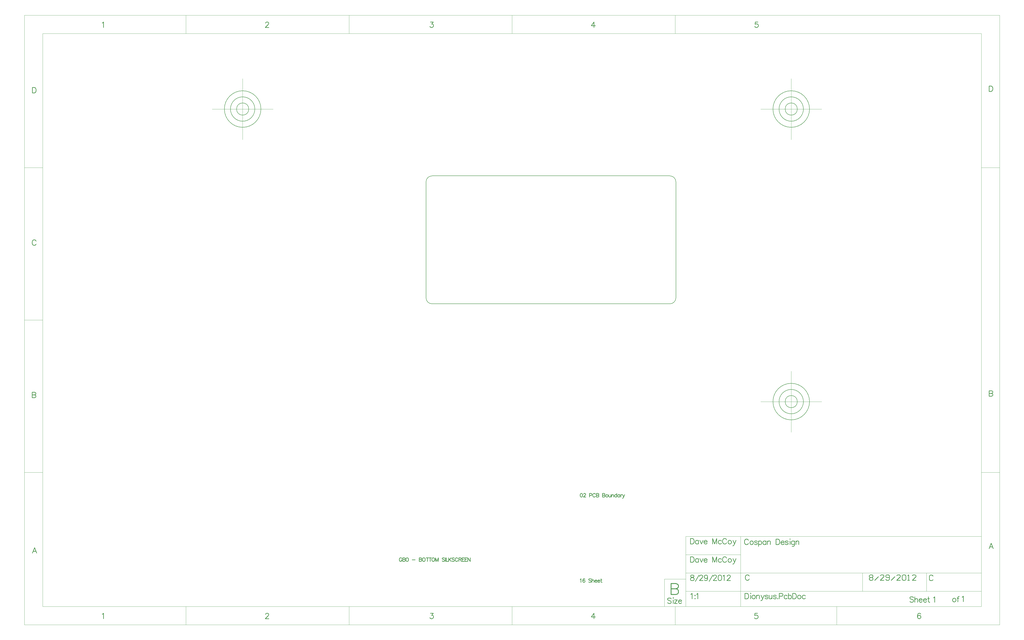
<source format=gbo>
%FSLAX25Y25*%
%MOIN*%
G70*
G01*
G75*
G04 Layer_Color=32896*
%ADD10O,0.06102X0.02165*%
%ADD11R,0.04921X0.01378*%
%ADD12O,0.07087X0.01181*%
%ADD13O,0.01181X0.07087*%
%ADD14R,0.02362X0.03937*%
%ADD15R,0.01772X0.03937*%
%ADD16R,0.07480X0.02835*%
%ADD17R,0.04921X0.07284*%
%ADD18R,0.09843X0.03543*%
%ADD19R,0.00984X0.03150*%
%ADD20R,0.07087X0.11811*%
%ADD21R,0.05118X0.09055*%
%ADD22R,0.07087X0.07480*%
%ADD23R,0.05512X0.06299*%
%ADD24R,0.05315X0.01575*%
%ADD25R,0.07874X0.04724*%
%ADD26R,0.04331X0.12598*%
%ADD27R,0.02953X0.02559*%
%ADD28R,0.02756X0.01969*%
%ADD29R,0.01969X0.02756*%
%ADD30R,0.05906X0.05118*%
%ADD31R,0.02362X0.01969*%
%ADD32R,0.02559X0.02953*%
%ADD33R,0.01969X0.02362*%
%ADD34C,0.00600*%
%ADD35C,0.01000*%
%ADD36C,0.01500*%
%ADD37C,0.02000*%
%ADD38C,0.03000*%
%ADD39C,0.00400*%
%ADD40C,0.00200*%
%ADD41C,0.01400*%
%ADD42C,0.05906*%
%ADD43C,0.03937*%
%ADD44C,0.06000*%
%ADD45C,0.02400*%
%ADD46C,0.04000*%
%ADD47C,0.06416*%
G04:AMPARAMS|DCode=48|XSize=80.157mil|YSize=80.157mil|CornerRadius=0mil|HoleSize=0mil|Usage=FLASHONLY|Rotation=0.000|XOffset=0mil|YOffset=0mil|HoleType=Round|Shape=Relief|Width=8mil|Gap=10mil|Entries=4|*
%AMTHD48*
7,0,0,0.08016,0.06016,0.00800,45*
%
%ADD48THD48*%
%ADD49C,0.08699*%
%ADD50C,0.09487*%
%ADD51C,0.14900*%
%ADD52C,0.06400*%
G04:AMPARAMS|DCode=53|XSize=80mil|YSize=80mil|CornerRadius=0mil|HoleSize=0mil|Usage=FLASHONLY|Rotation=0.000|XOffset=0mil|YOffset=0mil|HoleType=Round|Shape=Relief|Width=8mil|Gap=10mil|Entries=4|*
%AMTHD53*
7,0,0,0.08000,0.06000,0.00800,45*
%
%ADD53THD53*%
G04:AMPARAMS|DCode=54|XSize=50mil|YSize=50mil|CornerRadius=0mil|HoleSize=0mil|Usage=FLASHONLY|Rotation=0.000|XOffset=0mil|YOffset=0mil|HoleType=Round|Shape=Relief|Width=8mil|Gap=10mil|Entries=4|*
%AMTHD54*
7,0,0,0.05000,0.03000,0.00800,45*
%
%ADD54THD54*%
%ADD55C,0.03400*%
%ADD56C,0.00984*%
%ADD57C,0.02362*%
%ADD58C,0.00787*%
%ADD59C,0.00394*%
%ADD60O,0.06702X0.02765*%
%ADD61R,0.05521X0.01978*%
%ADD62O,0.07687X0.01781*%
%ADD63O,0.01781X0.07687*%
%ADD64R,0.02962X0.04537*%
%ADD65R,0.02372X0.04537*%
%ADD66R,0.08080X0.03435*%
%ADD67R,0.05521X0.07883*%
%ADD68R,0.10394X0.04095*%
%ADD69R,0.01535X0.03701*%
%ADD70R,0.07687X0.12411*%
%ADD71R,0.05718X0.09655*%
%ADD72R,0.07687X0.08080*%
%ADD73R,0.06112X0.06899*%
%ADD74R,0.05915X0.02175*%
%ADD75R,0.08474X0.05324*%
%ADD76R,0.04931X0.13198*%
%ADD77R,0.03553X0.03159*%
%ADD78R,0.03356X0.02569*%
%ADD79R,0.02569X0.03356*%
%ADD80R,0.06506X0.05718*%
%ADD81R,0.02962X0.02569*%
%ADD82R,0.03159X0.03553*%
%ADD83R,0.02569X0.02962*%
%ADD84C,0.06506*%
%ADD85C,0.04537*%
%ADD86C,0.00300*%
%ADD87C,0.06600*%
%ADD88C,0.03000*%
D34*
X610000Y-160000D02*
G03*
X610000Y-160000I-10000J0D01*
G01*
X620000D02*
G03*
X620000Y-160000I-20000J0D01*
G01*
X630000D02*
G03*
X630000Y-160000I-30000J0D01*
G01*
X610000Y320000D02*
G03*
X610000Y320000I-10000J0D01*
G01*
X620000D02*
G03*
X620000Y320000I-20000J0D01*
G01*
X630000D02*
G03*
X630000Y320000I-30000J0D01*
G01*
X-290000D02*
G03*
X-290000Y320000I-10000J0D01*
G01*
X-280000D02*
G03*
X-280000Y320000I-20000J0D01*
G01*
X-270000D02*
G03*
X-270000Y320000I-30000J0D01*
G01*
X800Y10400D02*
G03*
X10800Y400I10000J0D01*
G01*
Y210400D02*
G03*
X800Y200400I0J-10000D01*
G01*
X410800D02*
G03*
X400800Y210400I-10000J0D01*
G01*
Y400D02*
G03*
X410800Y10400I0J10000D01*
G01*
X800D02*
Y200400D01*
X10800Y400D02*
X400800D01*
X410800Y10400D02*
Y200400D01*
X10800Y210400D02*
X400800D01*
D35*
X-38940Y-417457D02*
X-39226Y-416886D01*
X-39797Y-416315D01*
X-40369Y-416029D01*
X-41511D01*
X-42083Y-416315D01*
X-42654Y-416886D01*
X-42940Y-417457D01*
X-43225Y-418314D01*
Y-419742D01*
X-42940Y-420599D01*
X-42654Y-421171D01*
X-42083Y-421742D01*
X-41511Y-422028D01*
X-40369D01*
X-39797Y-421742D01*
X-39226Y-421171D01*
X-38940Y-420599D01*
Y-419742D01*
X-40369D02*
X-38940D01*
X-37569Y-416029D02*
Y-422028D01*
Y-416029D02*
X-34998D01*
X-34141Y-416315D01*
X-33856Y-416600D01*
X-33570Y-417172D01*
Y-417743D01*
X-33856Y-418314D01*
X-34141Y-418600D01*
X-34998Y-418886D01*
X-37569D02*
X-34998D01*
X-34141Y-419171D01*
X-33856Y-419457D01*
X-33570Y-420028D01*
Y-420885D01*
X-33856Y-421456D01*
X-34141Y-421742D01*
X-34998Y-422028D01*
X-37569D01*
X-30514Y-416029D02*
X-31371Y-416315D01*
X-31942Y-417172D01*
X-32228Y-418600D01*
Y-419457D01*
X-31942Y-420885D01*
X-31371Y-421742D01*
X-30514Y-422028D01*
X-29942D01*
X-29085Y-421742D01*
X-28514Y-420885D01*
X-28228Y-419457D01*
Y-418600D01*
X-28514Y-417172D01*
X-29085Y-416315D01*
X-29942Y-416029D01*
X-30514D01*
X-22173Y-419457D02*
X-17031D01*
X-10547Y-416029D02*
Y-422028D01*
Y-416029D02*
X-7976D01*
X-7119Y-416315D01*
X-6833Y-416600D01*
X-6547Y-417172D01*
Y-417743D01*
X-6833Y-418314D01*
X-7119Y-418600D01*
X-7976Y-418886D01*
X-10547D02*
X-7976D01*
X-7119Y-419171D01*
X-6833Y-419457D01*
X-6547Y-420028D01*
Y-420885D01*
X-6833Y-421456D01*
X-7119Y-421742D01*
X-7976Y-422028D01*
X-10547D01*
X-3491Y-416029D02*
X-4062Y-416315D01*
X-4634Y-416886D01*
X-4919Y-417457D01*
X-5205Y-418314D01*
Y-419742D01*
X-4919Y-420599D01*
X-4634Y-421171D01*
X-4062Y-421742D01*
X-3491Y-422028D01*
X-2348D01*
X-1777Y-421742D01*
X-1206Y-421171D01*
X-920Y-420599D01*
X-634Y-419742D01*
Y-418314D01*
X-920Y-417457D01*
X-1206Y-416886D01*
X-1777Y-416315D01*
X-2348Y-416029D01*
X-3491D01*
X2765D02*
Y-422028D01*
X765Y-416029D02*
X4764D01*
X7478D02*
Y-422028D01*
X5479Y-416029D02*
X9478D01*
X11906D02*
X11334Y-416315D01*
X10763Y-416886D01*
X10478Y-417457D01*
X10192Y-418314D01*
Y-419742D01*
X10478Y-420599D01*
X10763Y-421171D01*
X11334Y-421742D01*
X11906Y-422028D01*
X13048D01*
X13620Y-421742D01*
X14191Y-421171D01*
X14477Y-420599D01*
X14762Y-419742D01*
Y-418314D01*
X14477Y-417457D01*
X14191Y-416886D01*
X13620Y-416315D01*
X13048Y-416029D01*
X11906D01*
X16162D02*
Y-422028D01*
Y-416029D02*
X18447Y-422028D01*
X20732Y-416029D02*
X18447Y-422028D01*
X20732Y-416029D02*
Y-422028D01*
X31159Y-416886D02*
X30588Y-416315D01*
X29731Y-416029D01*
X28588D01*
X27731Y-416315D01*
X27160Y-416886D01*
Y-417457D01*
X27445Y-418029D01*
X27731Y-418314D01*
X28302Y-418600D01*
X30016Y-419171D01*
X30588Y-419457D01*
X30873Y-419742D01*
X31159Y-420314D01*
Y-421171D01*
X30588Y-421742D01*
X29731Y-422028D01*
X28588D01*
X27731Y-421742D01*
X27160Y-421171D01*
X32501Y-416029D02*
Y-422028D01*
X33758Y-416029D02*
Y-422028D01*
X37186D01*
X37843Y-416029D02*
Y-422028D01*
X41842Y-416029D02*
X37843Y-420028D01*
X39271Y-418600D02*
X41842Y-422028D01*
X47184Y-416886D02*
X46613Y-416315D01*
X45756Y-416029D01*
X44613D01*
X43756Y-416315D01*
X43185Y-416886D01*
Y-417457D01*
X43470Y-418029D01*
X43756Y-418314D01*
X44328Y-418600D01*
X46041Y-419171D01*
X46613Y-419457D01*
X46898Y-419742D01*
X47184Y-420314D01*
Y-421171D01*
X46613Y-421742D01*
X45756Y-422028D01*
X44613D01*
X43756Y-421742D01*
X43185Y-421171D01*
X52811Y-417457D02*
X52526Y-416886D01*
X51954Y-416315D01*
X51383Y-416029D01*
X50240D01*
X49669Y-416315D01*
X49098Y-416886D01*
X48812Y-417457D01*
X48527Y-418314D01*
Y-419742D01*
X48812Y-420599D01*
X49098Y-421171D01*
X49669Y-421742D01*
X50240Y-422028D01*
X51383D01*
X51954Y-421742D01*
X52526Y-421171D01*
X52811Y-420599D01*
X54497Y-416029D02*
Y-422028D01*
Y-416029D02*
X57068D01*
X57925Y-416315D01*
X58210Y-416600D01*
X58496Y-417172D01*
Y-417743D01*
X58210Y-418314D01*
X57925Y-418600D01*
X57068Y-418886D01*
X54497D01*
X56496D02*
X58496Y-422028D01*
X63552Y-416029D02*
X59838D01*
Y-422028D01*
X63552D01*
X59838Y-418886D02*
X62124D01*
X68265Y-416029D02*
X64552D01*
Y-422028D01*
X68265D01*
X64552Y-418886D02*
X66837D01*
X69265Y-416029D02*
Y-422028D01*
Y-416029D02*
X73264Y-422028D01*
Y-416029D02*
Y-422028D01*
X255214Y-310501D02*
X254357Y-310787D01*
X253786Y-311644D01*
X253500Y-313072D01*
Y-313929D01*
X253786Y-315357D01*
X254357Y-316214D01*
X255214Y-316500D01*
X255785D01*
X256642Y-316214D01*
X257213Y-315357D01*
X257499Y-313929D01*
Y-313072D01*
X257213Y-311644D01*
X256642Y-310787D01*
X255785Y-310501D01*
X255214D01*
X259127Y-311930D02*
Y-311644D01*
X259413Y-311073D01*
X259699Y-310787D01*
X260270Y-310501D01*
X261413D01*
X261984Y-310787D01*
X262269Y-311073D01*
X262555Y-311644D01*
Y-312215D01*
X262269Y-312787D01*
X261698Y-313644D01*
X258842Y-316500D01*
X262841D01*
X268897Y-313644D02*
X271468D01*
X272324Y-313358D01*
X272610Y-313072D01*
X272896Y-312501D01*
Y-311644D01*
X272610Y-311073D01*
X272324Y-310787D01*
X271468Y-310501D01*
X268897D01*
Y-316500D01*
X278523Y-311930D02*
X278238Y-311358D01*
X277666Y-310787D01*
X277095Y-310501D01*
X275952D01*
X275381Y-310787D01*
X274810Y-311358D01*
X274524Y-311930D01*
X274238Y-312787D01*
Y-314215D01*
X274524Y-315072D01*
X274810Y-315643D01*
X275381Y-316214D01*
X275952Y-316500D01*
X277095D01*
X277666Y-316214D01*
X278238Y-315643D01*
X278523Y-315072D01*
X280209Y-310501D02*
Y-316500D01*
Y-310501D02*
X282779D01*
X283636Y-310787D01*
X283922Y-311073D01*
X284208Y-311644D01*
Y-312215D01*
X283922Y-312787D01*
X283636Y-313072D01*
X282779Y-313358D01*
X280209D02*
X282779D01*
X283636Y-313644D01*
X283922Y-313929D01*
X284208Y-314500D01*
Y-315357D01*
X283922Y-315929D01*
X283636Y-316214D01*
X282779Y-316500D01*
X280209D01*
X290264Y-310501D02*
Y-316500D01*
Y-310501D02*
X292834D01*
X293691Y-310787D01*
X293977Y-311073D01*
X294263Y-311644D01*
Y-312215D01*
X293977Y-312787D01*
X293691Y-313072D01*
X292834Y-313358D01*
X290264D02*
X292834D01*
X293691Y-313644D01*
X293977Y-313929D01*
X294263Y-314500D01*
Y-315357D01*
X293977Y-315929D01*
X293691Y-316214D01*
X292834Y-316500D01*
X290264D01*
X297034Y-312501D02*
X296462Y-312787D01*
X295891Y-313358D01*
X295605Y-314215D01*
Y-314786D01*
X295891Y-315643D01*
X296462Y-316214D01*
X297034Y-316500D01*
X297890D01*
X298462Y-316214D01*
X299033Y-315643D01*
X299319Y-314786D01*
Y-314215D01*
X299033Y-313358D01*
X298462Y-312787D01*
X297890Y-312501D01*
X297034D01*
X300633D02*
Y-315357D01*
X300918Y-316214D01*
X301490Y-316500D01*
X302347D01*
X302918Y-316214D01*
X303775Y-315357D01*
Y-312501D02*
Y-316500D01*
X305346Y-312501D02*
Y-316500D01*
Y-313644D02*
X306203Y-312787D01*
X306774Y-312501D01*
X307631D01*
X308203Y-312787D01*
X308488Y-313644D01*
Y-316500D01*
X313487Y-310501D02*
Y-316500D01*
Y-313358D02*
X312916Y-312787D01*
X312345Y-312501D01*
X311488D01*
X310916Y-312787D01*
X310345Y-313358D01*
X310059Y-314215D01*
Y-314786D01*
X310345Y-315643D01*
X310916Y-316214D01*
X311488Y-316500D01*
X312345D01*
X312916Y-316214D01*
X313487Y-315643D01*
X318515Y-312501D02*
Y-316500D01*
Y-313358D02*
X317943Y-312787D01*
X317372Y-312501D01*
X316515D01*
X315944Y-312787D01*
X315372Y-313358D01*
X315087Y-314215D01*
Y-314786D01*
X315372Y-315643D01*
X315944Y-316214D01*
X316515Y-316500D01*
X317372D01*
X317943Y-316214D01*
X318515Y-315643D01*
X320114Y-312501D02*
Y-316500D01*
Y-314215D02*
X320400Y-313358D01*
X320971Y-312787D01*
X321543Y-312501D01*
X322399D01*
X323228D02*
X324942Y-316500D01*
X326656Y-312501D02*
X324942Y-316500D01*
X324371Y-317643D01*
X323799Y-318214D01*
X323228Y-318500D01*
X322942D01*
X924500Y-142002D02*
Y-151000D01*
Y-142002D02*
X928356D01*
X929642Y-142430D01*
X930070Y-142859D01*
X930499Y-143716D01*
Y-144573D01*
X930070Y-145430D01*
X929642Y-145858D01*
X928356Y-146287D01*
X924500D02*
X928356D01*
X929642Y-146715D01*
X930070Y-147144D01*
X930499Y-148001D01*
Y-149286D01*
X930070Y-150143D01*
X929642Y-150572D01*
X928356Y-151000D01*
X924500D01*
X-638144Y-408500D02*
X-641572Y-399502D01*
X-645000Y-408500D01*
X-643715Y-405501D02*
X-639430D01*
X-645500Y-144502D02*
Y-153500D01*
Y-144502D02*
X-641644D01*
X-640358Y-144930D01*
X-639930Y-145359D01*
X-639501Y-146216D01*
Y-147073D01*
X-639930Y-147930D01*
X-640358Y-148358D01*
X-641644Y-148787D01*
X-645500D02*
X-641644D01*
X-640358Y-149215D01*
X-639930Y-149644D01*
X-639501Y-150501D01*
Y-151786D01*
X-639930Y-152643D01*
X-640358Y-153071D01*
X-641644Y-153500D01*
X-645500D01*
X-639073Y103356D02*
X-639501Y104213D01*
X-640358Y105070D01*
X-641215Y105498D01*
X-642929D01*
X-643786Y105070D01*
X-644643Y104213D01*
X-645072Y103356D01*
X-645500Y102070D01*
Y99928D01*
X-645072Y98642D01*
X-644643Y97785D01*
X-643786Y96929D01*
X-642929Y96500D01*
X-641215D01*
X-640358Y96929D01*
X-639501Y97785D01*
X-639073Y98642D01*
X-645000Y355498D02*
Y346500D01*
Y355498D02*
X-642001D01*
X-640715Y355070D01*
X-639858Y354213D01*
X-639430Y353356D01*
X-639001Y352070D01*
Y349928D01*
X-639430Y348642D01*
X-639858Y347785D01*
X-640715Y346929D01*
X-642001Y346500D01*
X-645000D01*
X812142Y-508287D02*
X811713Y-507430D01*
X810428Y-507002D01*
X809571D01*
X808285Y-507430D01*
X807428Y-508716D01*
X807000Y-510858D01*
Y-513001D01*
X807428Y-514715D01*
X808285Y-515571D01*
X809571Y-516000D01*
X809999D01*
X811285Y-515571D01*
X812142Y-514715D01*
X812570Y-513429D01*
Y-513001D01*
X812142Y-511715D01*
X811285Y-510858D01*
X809999Y-510430D01*
X809571D01*
X808285Y-510858D01*
X807428Y-511715D01*
X807000Y-513001D01*
X524000Y-474502D02*
Y-483500D01*
Y-474502D02*
X526999D01*
X528285Y-474930D01*
X529142Y-475787D01*
X529570Y-476644D01*
X529999Y-477930D01*
Y-480072D01*
X529570Y-481358D01*
X529142Y-482215D01*
X528285Y-483072D01*
X526999Y-483500D01*
X524000D01*
X532869Y-474502D02*
X533298Y-474930D01*
X533727Y-474502D01*
X533298Y-474073D01*
X532869Y-474502D01*
X533298Y-477501D02*
Y-483500D01*
X537454Y-477501D02*
X536597Y-477930D01*
X535740Y-478787D01*
X535312Y-480072D01*
Y-480929D01*
X535740Y-482215D01*
X536597Y-483072D01*
X537454Y-483500D01*
X538740D01*
X539597Y-483072D01*
X540454Y-482215D01*
X540882Y-480929D01*
Y-480072D01*
X540454Y-478787D01*
X539597Y-477930D01*
X538740Y-477501D01*
X537454D01*
X542853D02*
Y-483500D01*
Y-479215D02*
X544138Y-477930D01*
X544995Y-477501D01*
X546281D01*
X547138Y-477930D01*
X547566Y-479215D01*
Y-483500D01*
X550351Y-477501D02*
X552922Y-483500D01*
X555493Y-477501D02*
X552922Y-483500D01*
X552065Y-485214D01*
X551208Y-486071D01*
X550351Y-486499D01*
X549923D01*
X561706Y-478787D02*
X561278Y-477930D01*
X559992Y-477501D01*
X558707D01*
X557421Y-477930D01*
X556993Y-478787D01*
X557421Y-479644D01*
X558278Y-480072D01*
X560421Y-480501D01*
X561278Y-480929D01*
X561706Y-481786D01*
Y-482215D01*
X561278Y-483072D01*
X559992Y-483500D01*
X558707D01*
X557421Y-483072D01*
X556993Y-482215D01*
X563591Y-477501D02*
Y-481786D01*
X564020Y-483072D01*
X564877Y-483500D01*
X566162D01*
X567019Y-483072D01*
X568305Y-481786D01*
Y-477501D02*
Y-483500D01*
X575375Y-478787D02*
X574946Y-477930D01*
X573661Y-477501D01*
X572375D01*
X571090Y-477930D01*
X570661Y-478787D01*
X571090Y-479644D01*
X571947Y-480072D01*
X574089Y-480501D01*
X574946Y-480929D01*
X575375Y-481786D01*
Y-482215D01*
X574946Y-483072D01*
X573661Y-483500D01*
X572375D01*
X571090Y-483072D01*
X570661Y-482215D01*
X577689Y-482643D02*
X577260Y-483072D01*
X577689Y-483500D01*
X578117Y-483072D01*
X577689Y-482643D01*
X580088Y-479215D02*
X583944D01*
X585230Y-478787D01*
X585658Y-478358D01*
X586087Y-477501D01*
Y-476216D01*
X585658Y-475359D01*
X585230Y-474930D01*
X583944Y-474502D01*
X580088D01*
Y-483500D01*
X593242Y-478787D02*
X592385Y-477930D01*
X591528Y-477501D01*
X590243D01*
X589386Y-477930D01*
X588529Y-478787D01*
X588101Y-480072D01*
Y-480929D01*
X588529Y-482215D01*
X589386Y-483072D01*
X590243Y-483500D01*
X591528D01*
X592385Y-483072D01*
X593242Y-482215D01*
X595170Y-474502D02*
Y-483500D01*
Y-478787D02*
X596027Y-477930D01*
X596884Y-477501D01*
X598170D01*
X599027Y-477930D01*
X599884Y-478787D01*
X600312Y-480072D01*
Y-480929D01*
X599884Y-482215D01*
X599027Y-483072D01*
X598170Y-483500D01*
X596884D01*
X596027Y-483072D01*
X595170Y-482215D01*
X602240Y-474502D02*
Y-483500D01*
Y-474502D02*
X605240D01*
X606525Y-474930D01*
X607382Y-475787D01*
X607811Y-476644D01*
X608239Y-477930D01*
Y-480072D01*
X607811Y-481358D01*
X607382Y-482215D01*
X606525Y-483072D01*
X605240Y-483500D01*
X602240D01*
X612395Y-477501D02*
X611538Y-477930D01*
X610681Y-478787D01*
X610253Y-480072D01*
Y-480929D01*
X610681Y-482215D01*
X611538Y-483072D01*
X612395Y-483500D01*
X613681D01*
X614538Y-483072D01*
X615395Y-482215D01*
X615823Y-480929D01*
Y-480072D01*
X615395Y-478787D01*
X614538Y-477930D01*
X613681Y-477501D01*
X612395D01*
X622936Y-478787D02*
X622079Y-477930D01*
X621222Y-477501D01*
X619937D01*
X619080Y-477930D01*
X618223Y-478787D01*
X617794Y-480072D01*
Y-480929D01*
X618223Y-482215D01*
X619080Y-483072D01*
X619937Y-483500D01*
X621222D01*
X622079Y-483072D01*
X622936Y-482215D01*
X435000Y-476216D02*
X435857Y-475787D01*
X437142Y-474502D01*
Y-483500D01*
X442027Y-477501D02*
X441599Y-477930D01*
X442027Y-478358D01*
X442456Y-477930D01*
X442027Y-477501D01*
Y-482643D02*
X441599Y-483072D01*
X442027Y-483500D01*
X442456Y-483072D01*
X442027Y-482643D01*
X444427Y-476216D02*
X445284Y-475787D01*
X446569Y-474502D01*
Y-483500D01*
X402999Y-483287D02*
X402142Y-482430D01*
X400856Y-482002D01*
X399142D01*
X397857Y-482430D01*
X397000Y-483287D01*
Y-484144D01*
X397428Y-485001D01*
X397857Y-485430D01*
X398714Y-485858D01*
X401285Y-486715D01*
X402142Y-487144D01*
X402570Y-487572D01*
X402999Y-488429D01*
Y-489715D01*
X402142Y-490571D01*
X400856Y-491000D01*
X399142D01*
X397857Y-490571D01*
X397000Y-489715D01*
X405869Y-482002D02*
X406298Y-482430D01*
X406727Y-482002D01*
X406298Y-481573D01*
X405869Y-482002D01*
X406298Y-485001D02*
Y-491000D01*
X413025Y-485001D02*
X408312Y-491000D01*
Y-485001D02*
X413025D01*
X408312Y-491000D02*
X413025D01*
X414911Y-487572D02*
X420052D01*
Y-486715D01*
X419624Y-485858D01*
X419195Y-485430D01*
X418338Y-485001D01*
X417053D01*
X416196Y-485430D01*
X415339Y-486287D01*
X414911Y-487572D01*
Y-488429D01*
X415339Y-489715D01*
X416196Y-490571D01*
X417053Y-491000D01*
X418338D01*
X419195Y-490571D01*
X420052Y-489715D01*
X436642Y-444502D02*
X435357Y-444930D01*
X434929Y-445787D01*
Y-446644D01*
X435357Y-447501D01*
X436214Y-447930D01*
X437928Y-448358D01*
X439213Y-448787D01*
X440070Y-449644D01*
X440499Y-450501D01*
Y-451786D01*
X440070Y-452643D01*
X439642Y-453071D01*
X438356Y-453500D01*
X436642D01*
X435357Y-453071D01*
X434929Y-452643D01*
X434500Y-451786D01*
Y-450501D01*
X434929Y-449644D01*
X435785Y-448787D01*
X437071Y-448358D01*
X438785Y-447930D01*
X439642Y-447501D01*
X440070Y-446644D01*
Y-445787D01*
X439642Y-444930D01*
X438356Y-444502D01*
X436642D01*
X442513Y-454785D02*
X448511Y-444502D01*
X449540Y-446644D02*
Y-446216D01*
X449968Y-445359D01*
X450397Y-444930D01*
X451254Y-444502D01*
X452968D01*
X453824Y-444930D01*
X454253Y-445359D01*
X454681Y-446216D01*
Y-447073D01*
X454253Y-447930D01*
X453396Y-449215D01*
X449111Y-453500D01*
X455110D01*
X462694Y-447501D02*
X462265Y-448787D01*
X461409Y-449644D01*
X460123Y-450072D01*
X459695D01*
X458409Y-449644D01*
X457552Y-448787D01*
X457124Y-447501D01*
Y-447073D01*
X457552Y-445787D01*
X458409Y-444930D01*
X459695Y-444502D01*
X460123D01*
X461409Y-444930D01*
X462265Y-445787D01*
X462694Y-447501D01*
Y-449644D01*
X462265Y-451786D01*
X461409Y-453071D01*
X460123Y-453500D01*
X459266D01*
X457981Y-453071D01*
X457552Y-452215D01*
X465136Y-454785D02*
X471135Y-444502D01*
X472163Y-446644D02*
Y-446216D01*
X472592Y-445359D01*
X473020Y-444930D01*
X473877Y-444502D01*
X475591D01*
X476448Y-444930D01*
X476877Y-445359D01*
X477305Y-446216D01*
Y-447073D01*
X476877Y-447930D01*
X476020Y-449215D01*
X471735Y-453500D01*
X477734D01*
X482318Y-444502D02*
X481033Y-444930D01*
X480176Y-446216D01*
X479747Y-448358D01*
Y-449644D01*
X480176Y-451786D01*
X481033Y-453071D01*
X482318Y-453500D01*
X483175D01*
X484461Y-453071D01*
X485318Y-451786D01*
X485746Y-449644D01*
Y-448358D01*
X485318Y-446216D01*
X484461Y-444930D01*
X483175Y-444502D01*
X482318D01*
X487760Y-446216D02*
X488617Y-445787D01*
X489902Y-444502D01*
Y-453500D01*
X494787Y-446644D02*
Y-446216D01*
X495216Y-445359D01*
X495644Y-444930D01*
X496501Y-444502D01*
X498215D01*
X499072Y-444930D01*
X499500Y-445359D01*
X499929Y-446216D01*
Y-447073D01*
X499500Y-447930D01*
X498643Y-449215D01*
X494359Y-453500D01*
X500357D01*
X434500Y-414502D02*
Y-423500D01*
Y-414502D02*
X437499D01*
X438785Y-414930D01*
X439642Y-415787D01*
X440070Y-416644D01*
X440499Y-417930D01*
Y-420072D01*
X440070Y-421358D01*
X439642Y-422215D01*
X438785Y-423071D01*
X437499Y-423500D01*
X434500D01*
X447654Y-417501D02*
Y-423500D01*
Y-418787D02*
X446797Y-417930D01*
X445940Y-417501D01*
X444655D01*
X443798Y-417930D01*
X442941Y-418787D01*
X442513Y-420072D01*
Y-420929D01*
X442941Y-422215D01*
X443798Y-423071D01*
X444655Y-423500D01*
X445940D01*
X446797Y-423071D01*
X447654Y-422215D01*
X450054Y-417501D02*
X452625Y-423500D01*
X455196Y-417501D02*
X452625Y-423500D01*
X456652Y-420072D02*
X461794D01*
Y-419215D01*
X461366Y-418358D01*
X460937Y-417930D01*
X460080Y-417501D01*
X458795D01*
X457938Y-417930D01*
X457081Y-418787D01*
X456652Y-420072D01*
Y-420929D01*
X457081Y-422215D01*
X457938Y-423071D01*
X458795Y-423500D01*
X460080D01*
X460937Y-423071D01*
X461794Y-422215D01*
X470792Y-414502D02*
Y-423500D01*
Y-414502D02*
X474220Y-423500D01*
X477648Y-414502D02*
X474220Y-423500D01*
X477648Y-414502D02*
Y-423500D01*
X485360Y-418787D02*
X484504Y-417930D01*
X483647Y-417501D01*
X482361D01*
X481504Y-417930D01*
X480647Y-418787D01*
X480219Y-420072D01*
Y-420929D01*
X480647Y-422215D01*
X481504Y-423071D01*
X482361Y-423500D01*
X483647D01*
X484504Y-423071D01*
X485360Y-422215D01*
X493716Y-416644D02*
X493287Y-415787D01*
X492430Y-414930D01*
X491573Y-414502D01*
X489860D01*
X489003Y-414930D01*
X488146Y-415787D01*
X487717Y-416644D01*
X487289Y-417930D01*
Y-420072D01*
X487717Y-421358D01*
X488146Y-422215D01*
X489003Y-423071D01*
X489860Y-423500D01*
X491573D01*
X492430Y-423071D01*
X493287Y-422215D01*
X493716Y-421358D01*
X498386Y-417501D02*
X497529Y-417930D01*
X496672Y-418787D01*
X496244Y-420072D01*
Y-420929D01*
X496672Y-422215D01*
X497529Y-423071D01*
X498386Y-423500D01*
X499672D01*
X500529Y-423071D01*
X501386Y-422215D01*
X501814Y-420929D01*
Y-420072D01*
X501386Y-418787D01*
X500529Y-417930D01*
X499672Y-417501D01*
X498386D01*
X504214D02*
X506784Y-423500D01*
X509355Y-417501D02*
X506784Y-423500D01*
X505928Y-425214D01*
X505071Y-426071D01*
X504214Y-426499D01*
X503785D01*
X434500Y-384502D02*
Y-393500D01*
Y-384502D02*
X437499D01*
X438785Y-384930D01*
X439642Y-385787D01*
X440070Y-386644D01*
X440499Y-387930D01*
Y-390072D01*
X440070Y-391358D01*
X439642Y-392215D01*
X438785Y-393072D01*
X437499Y-393500D01*
X434500D01*
X447654Y-387501D02*
Y-393500D01*
Y-388787D02*
X446797Y-387930D01*
X445940Y-387501D01*
X444655D01*
X443798Y-387930D01*
X442941Y-388787D01*
X442513Y-390072D01*
Y-390929D01*
X442941Y-392215D01*
X443798Y-393072D01*
X444655Y-393500D01*
X445940D01*
X446797Y-393072D01*
X447654Y-392215D01*
X450054Y-387501D02*
X452625Y-393500D01*
X455196Y-387501D02*
X452625Y-393500D01*
X456652Y-390072D02*
X461794D01*
Y-389215D01*
X461366Y-388358D01*
X460937Y-387930D01*
X460080Y-387501D01*
X458795D01*
X457938Y-387930D01*
X457081Y-388787D01*
X456652Y-390072D01*
Y-390929D01*
X457081Y-392215D01*
X457938Y-393072D01*
X458795Y-393500D01*
X460080D01*
X460937Y-393072D01*
X461794Y-392215D01*
X470792Y-384502D02*
Y-393500D01*
Y-384502D02*
X474220Y-393500D01*
X477648Y-384502D02*
X474220Y-393500D01*
X477648Y-384502D02*
Y-393500D01*
X485360Y-388787D02*
X484504Y-387930D01*
X483647Y-387501D01*
X482361D01*
X481504Y-387930D01*
X480647Y-388787D01*
X480219Y-390072D01*
Y-390929D01*
X480647Y-392215D01*
X481504Y-393072D01*
X482361Y-393500D01*
X483647D01*
X484504Y-393072D01*
X485360Y-392215D01*
X493716Y-386644D02*
X493287Y-385787D01*
X492430Y-384930D01*
X491573Y-384502D01*
X489860D01*
X489003Y-384930D01*
X488146Y-385787D01*
X487717Y-386644D01*
X487289Y-387930D01*
Y-390072D01*
X487717Y-391358D01*
X488146Y-392215D01*
X489003Y-393072D01*
X489860Y-393500D01*
X491573D01*
X492430Y-393072D01*
X493287Y-392215D01*
X493716Y-391358D01*
X498386Y-387501D02*
X497529Y-387930D01*
X496672Y-388787D01*
X496244Y-390072D01*
Y-390929D01*
X496672Y-392215D01*
X497529Y-393072D01*
X498386Y-393500D01*
X499672D01*
X500529Y-393072D01*
X501386Y-392215D01*
X501814Y-390929D01*
Y-390072D01*
X501386Y-388787D01*
X500529Y-387930D01*
X499672Y-387501D01*
X498386D01*
X504214D02*
X506784Y-393500D01*
X509355Y-387501D02*
X506784Y-393500D01*
X505928Y-395214D01*
X505071Y-396071D01*
X504214Y-396499D01*
X503785D01*
X866642Y-482501D02*
X865785Y-482930D01*
X864929Y-483787D01*
X864500Y-485072D01*
Y-485929D01*
X864929Y-487215D01*
X865785Y-488071D01*
X866642Y-488500D01*
X867928D01*
X868785Y-488071D01*
X869642Y-487215D01*
X870070Y-485929D01*
Y-485072D01*
X869642Y-483787D01*
X868785Y-482930D01*
X867928Y-482501D01*
X866642D01*
X875469Y-479502D02*
X874612D01*
X873755Y-479930D01*
X873327Y-481216D01*
Y-488500D01*
X872041Y-482501D02*
X875041D01*
X800499Y-481287D02*
X799642Y-480430D01*
X798356Y-480002D01*
X796642D01*
X795357Y-480430D01*
X794500Y-481287D01*
Y-482144D01*
X794929Y-483001D01*
X795357Y-483430D01*
X796214Y-483858D01*
X798785Y-484715D01*
X799642Y-485144D01*
X800070Y-485572D01*
X800499Y-486429D01*
Y-487715D01*
X799642Y-488572D01*
X798356Y-489000D01*
X796642D01*
X795357Y-488572D01*
X794500Y-487715D01*
X802513Y-480002D02*
Y-489000D01*
Y-484715D02*
X803798Y-483430D01*
X804655Y-483001D01*
X805940D01*
X806797Y-483430D01*
X807226Y-484715D01*
Y-489000D01*
X809583Y-485572D02*
X814724D01*
Y-484715D01*
X814296Y-483858D01*
X813867Y-483430D01*
X813010Y-483001D01*
X811725D01*
X810868Y-483430D01*
X810011Y-484287D01*
X809583Y-485572D01*
Y-486429D01*
X810011Y-487715D01*
X810868Y-488572D01*
X811725Y-489000D01*
X813010D01*
X813867Y-488572D01*
X814724Y-487715D01*
X816652Y-485572D02*
X821794D01*
Y-484715D01*
X821366Y-483858D01*
X820937Y-483430D01*
X820080Y-483001D01*
X818795D01*
X817938Y-483430D01*
X817081Y-484287D01*
X816652Y-485572D01*
Y-486429D01*
X817081Y-487715D01*
X817938Y-488572D01*
X818795Y-489000D01*
X820080D01*
X820937Y-488572D01*
X821794Y-487715D01*
X825008Y-480002D02*
Y-487286D01*
X825436Y-488572D01*
X826293Y-489000D01*
X827150D01*
X823722Y-483001D02*
X826722D01*
X530927Y-446144D02*
X530499Y-445287D01*
X529642Y-444430D01*
X528785Y-444002D01*
X527071D01*
X526214Y-444430D01*
X525357Y-445287D01*
X524929Y-446144D01*
X524500Y-447430D01*
Y-449572D01*
X524929Y-450858D01*
X525357Y-451715D01*
X526214Y-452571D01*
X527071Y-453000D01*
X528785D01*
X529642Y-452571D01*
X530499Y-451715D01*
X530927Y-450858D01*
X728000Y-445502D02*
X729499Y-444003D01*
X732499D01*
X733998Y-445502D01*
Y-447002D01*
X732499Y-448501D01*
X733998Y-450001D01*
Y-451501D01*
X732499Y-453000D01*
X729499D01*
X728000Y-451501D01*
Y-450001D01*
X729499Y-448501D01*
X728000Y-447002D01*
Y-445502D01*
X729499Y-448501D02*
X732499D01*
X736997Y-453000D02*
X742995Y-447002D01*
X751992Y-453000D02*
X745994D01*
X751992Y-447002D01*
Y-445502D01*
X750493Y-444003D01*
X747494D01*
X745994Y-445502D01*
X754991Y-451501D02*
X756491Y-453000D01*
X759490D01*
X760989Y-451501D01*
Y-445502D01*
X759490Y-444003D01*
X756491D01*
X754991Y-445502D01*
Y-447002D01*
X756491Y-448501D01*
X760989D01*
X763988Y-453000D02*
X769986Y-447002D01*
X778983Y-453000D02*
X772986D01*
X778983Y-447002D01*
Y-445502D01*
X777484Y-444003D01*
X774485D01*
X772986Y-445502D01*
X781983D02*
X783482Y-444003D01*
X786481D01*
X787981Y-445502D01*
Y-451501D01*
X786481Y-453000D01*
X783482D01*
X781983Y-451501D01*
Y-445502D01*
X790980Y-453000D02*
X793979D01*
X792479D01*
Y-444003D01*
X790980Y-445502D01*
X804475Y-453000D02*
X798477D01*
X804475Y-447002D01*
Y-445502D01*
X802976Y-444003D01*
X799977D01*
X798477Y-445502D01*
X544642Y-507002D02*
X540357D01*
X539928Y-510858D01*
X540357Y-510430D01*
X541642Y-510001D01*
X542928D01*
X544213Y-510430D01*
X545070Y-511287D01*
X545499Y-512572D01*
Y-513429D01*
X545070Y-514715D01*
X544213Y-515571D01*
X542928Y-516000D01*
X541642D01*
X540357Y-515571D01*
X539928Y-515143D01*
X539500Y-514286D01*
X276285Y-507002D02*
X272000Y-513001D01*
X278427D01*
X276285Y-507002D02*
Y-516000D01*
X7857Y-507002D02*
X12570D01*
X9999Y-510430D01*
X11285D01*
X12142Y-510858D01*
X12570Y-511287D01*
X12999Y-512572D01*
Y-513429D01*
X12570Y-514715D01*
X11713Y-515571D01*
X10428Y-516000D01*
X9142D01*
X7857Y-515571D01*
X7429Y-515143D01*
X7000Y-514286D01*
X-262572Y-509144D02*
Y-508716D01*
X-262143Y-507859D01*
X-261715Y-507430D01*
X-260858Y-507002D01*
X-259144D01*
X-258287Y-507430D01*
X-257858Y-507859D01*
X-257430Y-508716D01*
Y-509573D01*
X-257858Y-510430D01*
X-258715Y-511715D01*
X-263000Y-516000D01*
X-257001D01*
X-530500Y-508716D02*
X-529643Y-508287D01*
X-528358Y-507002D01*
Y-516000D01*
X545142Y462998D02*
X540857D01*
X540428Y459142D01*
X540857Y459570D01*
X542142Y459999D01*
X543428D01*
X544713Y459570D01*
X545570Y458713D01*
X545999Y457428D01*
Y456571D01*
X545570Y455285D01*
X544713Y454428D01*
X543428Y454000D01*
X542142D01*
X540857Y454428D01*
X540428Y454857D01*
X540000Y455714D01*
X276285Y462998D02*
X272000Y456999D01*
X278427D01*
X276285Y462998D02*
Y454000D01*
X7857Y462998D02*
X12570D01*
X9999Y459570D01*
X11285D01*
X12142Y459142D01*
X12570Y458713D01*
X12999Y457428D01*
Y456571D01*
X12570Y455285D01*
X11713Y454428D01*
X10428Y454000D01*
X9142D01*
X7857Y454428D01*
X7429Y454857D01*
X7000Y455714D01*
X-262572Y460856D02*
Y461284D01*
X-262143Y462141D01*
X-261715Y462570D01*
X-260858Y462998D01*
X-259144D01*
X-258287Y462570D01*
X-257858Y462141D01*
X-257430Y461284D01*
Y460427D01*
X-257858Y459570D01*
X-258715Y458285D01*
X-263000Y454000D01*
X-257001D01*
X931356Y-401000D02*
X927928Y-392002D01*
X924500Y-401000D01*
X925785Y-398001D02*
X930070D01*
X529549Y-387581D02*
X529121Y-386724D01*
X528264Y-385867D01*
X527407Y-385439D01*
X525693D01*
X524836Y-385867D01*
X523979Y-386724D01*
X523551Y-387581D01*
X523122Y-388867D01*
Y-391009D01*
X523551Y-392295D01*
X523979Y-393152D01*
X524836Y-394008D01*
X525693Y-394437D01*
X527407D01*
X528264Y-394008D01*
X529121Y-393152D01*
X529549Y-392295D01*
X534220Y-388438D02*
X533363Y-388867D01*
X532506Y-389724D01*
X532077Y-391009D01*
Y-391866D01*
X532506Y-393152D01*
X533363Y-394008D01*
X534220Y-394437D01*
X535505D01*
X536362Y-394008D01*
X537219Y-393152D01*
X537647Y-391866D01*
Y-391009D01*
X537219Y-389724D01*
X536362Y-388867D01*
X535505Y-388438D01*
X534220D01*
X544332Y-389724D02*
X543903Y-388867D01*
X542618Y-388438D01*
X541332D01*
X540047Y-388867D01*
X539618Y-389724D01*
X540047Y-390581D01*
X540904Y-391009D01*
X543046Y-391438D01*
X543903Y-391866D01*
X544332Y-392723D01*
Y-393152D01*
X543903Y-394008D01*
X542618Y-394437D01*
X541332D01*
X540047Y-394008D01*
X539618Y-393152D01*
X546217Y-388438D02*
Y-397436D01*
Y-389724D02*
X547074Y-388867D01*
X547931Y-388438D01*
X549217D01*
X550073Y-388867D01*
X550930Y-389724D01*
X551359Y-391009D01*
Y-391866D01*
X550930Y-393152D01*
X550073Y-394008D01*
X549217Y-394437D01*
X547931D01*
X547074Y-394008D01*
X546217Y-393152D01*
X558429Y-388438D02*
Y-394437D01*
Y-389724D02*
X557572Y-388867D01*
X556715Y-388438D01*
X555429D01*
X554572Y-388867D01*
X553716Y-389724D01*
X553287Y-391009D01*
Y-391866D01*
X553716Y-393152D01*
X554572Y-394008D01*
X555429Y-394437D01*
X556715D01*
X557572Y-394008D01*
X558429Y-393152D01*
X560828Y-388438D02*
Y-394437D01*
Y-390152D02*
X562114Y-388867D01*
X562971Y-388438D01*
X564256D01*
X565113Y-388867D01*
X565542Y-390152D01*
Y-394437D01*
X574968Y-385439D02*
Y-394437D01*
Y-385439D02*
X577967D01*
X579253Y-385867D01*
X580110Y-386724D01*
X580538Y-387581D01*
X580967Y-388867D01*
Y-391009D01*
X580538Y-392295D01*
X580110Y-393152D01*
X579253Y-394008D01*
X577967Y-394437D01*
X574968D01*
X582981Y-391009D02*
X588122D01*
Y-390152D01*
X587694Y-389295D01*
X587265Y-388867D01*
X586409Y-388438D01*
X585123D01*
X584266Y-388867D01*
X583409Y-389724D01*
X582981Y-391009D01*
Y-391866D01*
X583409Y-393152D01*
X584266Y-394008D01*
X585123Y-394437D01*
X586409D01*
X587265Y-394008D01*
X588122Y-393152D01*
X594764Y-389724D02*
X594335Y-388867D01*
X593050Y-388438D01*
X591764D01*
X590479Y-388867D01*
X590051Y-389724D01*
X590479Y-390581D01*
X591336Y-391009D01*
X593478Y-391438D01*
X594335Y-391866D01*
X594764Y-392723D01*
Y-393152D01*
X594335Y-394008D01*
X593050Y-394437D01*
X591764D01*
X590479Y-394008D01*
X590051Y-393152D01*
X597506Y-385439D02*
X597935Y-385867D01*
X598363Y-385439D01*
X597935Y-385011D01*
X597506Y-385439D01*
X597935Y-388438D02*
Y-394437D01*
X605090Y-388438D02*
Y-395294D01*
X604662Y-396579D01*
X604233Y-397008D01*
X603376Y-397436D01*
X602091D01*
X601234Y-397008D01*
X605090Y-389724D02*
X604233Y-388867D01*
X603376Y-388438D01*
X602091D01*
X601234Y-388867D01*
X600377Y-389724D01*
X599948Y-391009D01*
Y-391866D01*
X600377Y-393152D01*
X601234Y-394008D01*
X602091Y-394437D01*
X603376D01*
X604233Y-394008D01*
X605090Y-393152D01*
X607490Y-388438D02*
Y-394437D01*
Y-390152D02*
X608775Y-388867D01*
X609632Y-388438D01*
X610918D01*
X611774Y-388867D01*
X612203Y-390152D01*
Y-394437D01*
X924500Y357998D02*
Y349000D01*
Y357998D02*
X927499D01*
X928785Y357570D01*
X929642Y356713D01*
X930070Y355856D01*
X930499Y354570D01*
Y352428D01*
X930070Y351142D01*
X929642Y350285D01*
X928785Y349429D01*
X927499Y349000D01*
X924500D01*
X-530500Y461284D02*
X-529643Y461713D01*
X-528358Y462998D01*
Y454000D01*
X833142Y-481708D02*
X833999Y-481280D01*
X835284Y-479994D01*
Y-488992D01*
X832498Y-446002D02*
X830999Y-444503D01*
X827999D01*
X826500Y-446002D01*
Y-452001D01*
X827999Y-453500D01*
X830999D01*
X832498Y-452001D01*
X880091Y-480724D02*
X880947Y-480295D01*
X882233Y-479010D01*
Y-488008D01*
X253500Y-451644D02*
X254071Y-451358D01*
X254928Y-450501D01*
Y-456500D01*
X261327Y-451358D02*
X261041Y-450787D01*
X260184Y-450501D01*
X259613D01*
X258756Y-450787D01*
X258185Y-451644D01*
X257899Y-453072D01*
Y-454500D01*
X258185Y-455643D01*
X258756Y-456214D01*
X259613Y-456500D01*
X259899D01*
X260756Y-456214D01*
X261327Y-455643D01*
X261613Y-454786D01*
Y-454500D01*
X261327Y-453644D01*
X260756Y-453072D01*
X259899Y-452786D01*
X259613D01*
X258756Y-453072D01*
X258185Y-453644D01*
X257899Y-454500D01*
X271639Y-451358D02*
X271068Y-450787D01*
X270211Y-450501D01*
X269068D01*
X268211Y-450787D01*
X267640Y-451358D01*
Y-451930D01*
X267926Y-452501D01*
X268211Y-452786D01*
X268782Y-453072D01*
X270496Y-453644D01*
X271068Y-453929D01*
X271353Y-454215D01*
X271639Y-454786D01*
Y-455643D01*
X271068Y-456214D01*
X270211Y-456500D01*
X269068D01*
X268211Y-456214D01*
X267640Y-455643D01*
X272982Y-450501D02*
Y-456500D01*
Y-453644D02*
X273838Y-452786D01*
X274410Y-452501D01*
X275267D01*
X275838Y-452786D01*
X276124Y-453644D01*
Y-456500D01*
X277695Y-454215D02*
X281123D01*
Y-453644D01*
X280837Y-453072D01*
X280551Y-452786D01*
X279980Y-452501D01*
X279123D01*
X278552Y-452786D01*
X277980Y-453358D01*
X277695Y-454215D01*
Y-454786D01*
X277980Y-455643D01*
X278552Y-456214D01*
X279123Y-456500D01*
X279980D01*
X280551Y-456214D01*
X281123Y-455643D01*
X282408Y-454215D02*
X285836D01*
Y-453644D01*
X285550Y-453072D01*
X285265Y-452786D01*
X284693Y-452501D01*
X283836D01*
X283265Y-452786D01*
X282694Y-453358D01*
X282408Y-454215D01*
Y-454786D01*
X282694Y-455643D01*
X283265Y-456214D01*
X283836Y-456500D01*
X284693D01*
X285265Y-456214D01*
X285836Y-455643D01*
X287978Y-450501D02*
Y-455357D01*
X288264Y-456214D01*
X288835Y-456500D01*
X289407D01*
X287121Y-452501D02*
X289121D01*
D39*
X550000Y-160000D02*
X600000D01*
X650000D01*
X600000Y-210000D02*
Y-160000D01*
Y-110000D01*
Y270000D02*
Y320000D01*
Y370000D01*
X550000Y320000D02*
X600000D01*
X650000D01*
X-300000Y270000D02*
Y320000D01*
Y370000D01*
X-350000Y320000D02*
X-300000D01*
X-250000D01*
D40*
X-658000Y-526000D02*
Y474000D01*
X942000D01*
Y-526000D02*
Y474000D01*
X-658000Y-526000D02*
X942000D01*
X-628000Y-496000D02*
Y444000D01*
Y-496000D02*
X912000D01*
X-658000Y-26000D02*
X-628000D01*
X912000Y-496000D02*
Y444000D01*
X-658000Y-276000D02*
X-628000D01*
X-658000Y224000D02*
X-628000D01*
X-393000Y444000D02*
Y474000D01*
X912000Y-276000D02*
X942000D01*
X912000Y224000D02*
X942000D01*
X142000Y444000D02*
Y474000D01*
X-125500Y444000D02*
Y474000D01*
X409500Y444000D02*
Y474000D01*
X-393000Y-526000D02*
Y-496000D01*
X142000Y-526000D02*
Y-496000D01*
X-125500Y-526000D02*
Y-496000D01*
X409500Y-526000D02*
Y-496000D01*
X674500Y-526000D02*
Y-496000D01*
X427000Y-411000D02*
X517000D01*
X427000Y-471000D02*
X912000D01*
X427000Y-441000D02*
X912000D01*
X427000Y-381000D02*
X517000D01*
X822000Y-471000D02*
Y-441000D01*
X717000Y-471000D02*
Y-441000D01*
X517000Y-496000D02*
Y-381000D01*
X427000Y-496000D02*
Y-381000D01*
X392000Y-451000D02*
X427000D01*
X392000Y-496000D02*
Y-451000D01*
X517000Y-381000D02*
X912000D01*
X-628000Y444000D02*
X912000D01*
D41*
X403000Y-458504D02*
Y-476500D01*
Y-458504D02*
X410713D01*
X413283Y-459361D01*
X414141Y-460218D01*
X414997Y-461932D01*
Y-463646D01*
X414141Y-465359D01*
X413283Y-466217D01*
X410713Y-467073D01*
X403000D02*
X410713D01*
X413283Y-467930D01*
X414141Y-468787D01*
X414997Y-470501D01*
Y-473072D01*
X414141Y-474786D01*
X413283Y-475643D01*
X410713Y-476500D01*
X403000D01*
M02*

</source>
